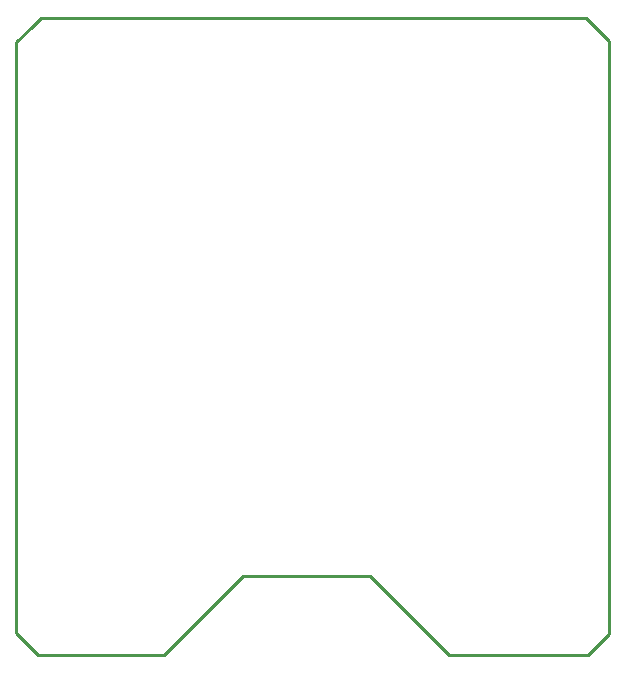
<source format=gko>
G04 Layer: BoardOutline*
G04 EasyEDA v6.4.25, 2021-10-04T21:02:54--4:00*
G04 e5a6d802368343aa863876e234e9a9e8,96b9eb17c6bf4bf1aa34359f555252a9,10*
G04 Gerber Generator version 0.2*
G04 Scale: 100 percent, Rotated: No, Reflected: No *
G04 Dimensions in millimeters *
G04 leading zeros omitted , absolute positions ,4 integer and 5 decimal *
%FSLAX45Y45*%
%MOMM*%

%ADD10C,0.2540*%
D10*
X-1160124Y1100119D02*
G01*
X3450000Y1100000D01*
X3450000Y1100000D01*
X-1369928Y-4111452D02*
G01*
X-1369928Y849929D01*
X-1369928Y890061D01*
X-1229974Y1030015D01*
X-1160000Y1100000D01*
X3650127Y-4100022D02*
G01*
X3650127Y-4121358D01*
X3471565Y-4299920D01*
X2289957Y-4299920D01*
X1620159Y-3630122D01*
X549803Y-3630122D01*
X-120248Y-4300174D01*
X-1190096Y-4299920D01*
X-1369928Y-4109928D01*
X3650002Y900000D02*
G01*
X3650002Y-4100001D01*
X3450000Y1100000D02*
G01*
X3470041Y1080053D01*
X3650127Y899967D01*

%LPD*%
M02*

</source>
